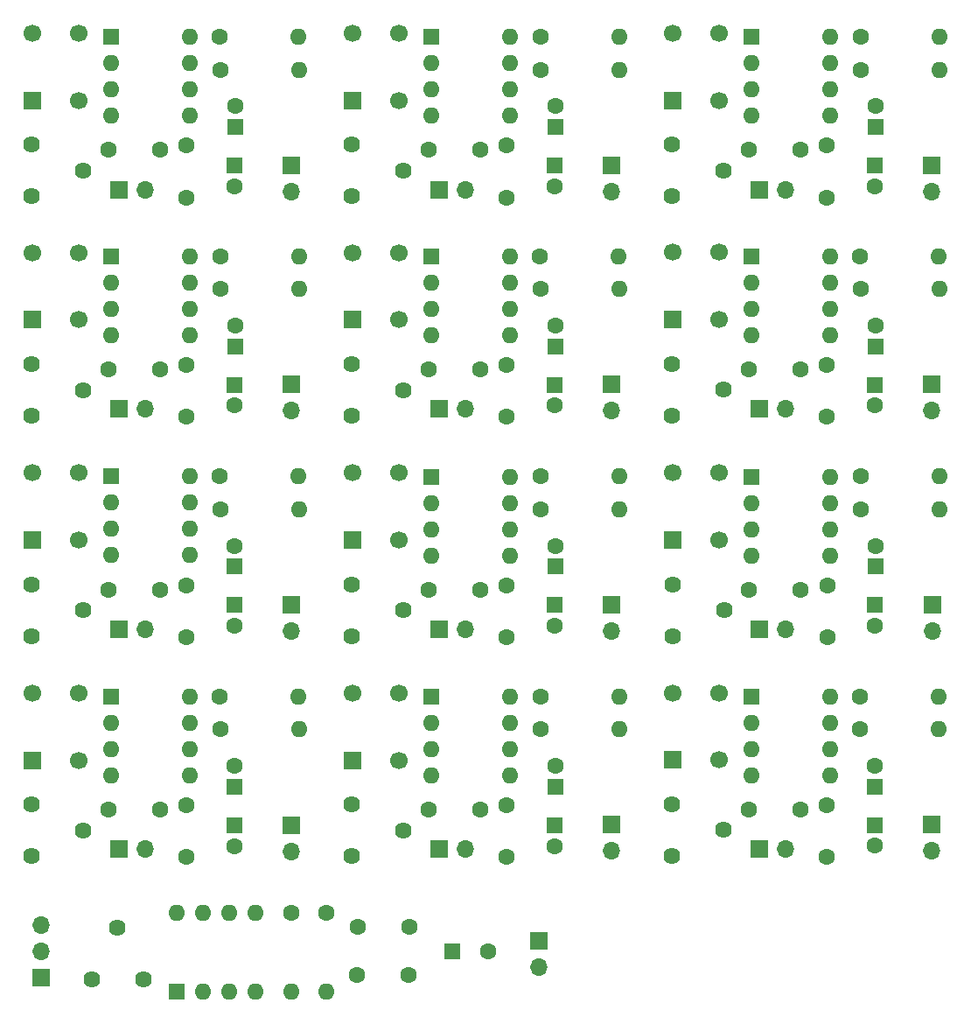
<source format=gbr>
%TF.GenerationSoftware,KiCad,Pcbnew,(6.0.5)*%
%TF.CreationDate,2023-08-07T19:05:31+01:00*%
%TF.ProjectId,SquareOscillator,53717561-7265-44f7-9363-696c6c61746f,rev?*%
%TF.SameCoordinates,Original*%
%TF.FileFunction,Soldermask,Bot*%
%TF.FilePolarity,Negative*%
%FSLAX46Y46*%
G04 Gerber Fmt 4.6, Leading zero omitted, Abs format (unit mm)*
G04 Created by KiCad (PCBNEW (6.0.5)) date 2023-08-07 19:05:31*
%MOMM*%
%LPD*%
G01*
G04 APERTURE LIST*
%ADD10C,1.600000*%
%ADD11R,1.600000X1.600000*%
%ADD12O,1.600000X1.600000*%
%ADD13C,1.620000*%
%ADD14C,1.700000*%
%ADD15R,1.700000X1.700000*%
%ADD16O,1.700000X1.700000*%
G04 APERTURE END LIST*
D10*
%TO.C,C2*%
X107910000Y-83774888D03*
D11*
X107910000Y-81774888D03*
%TD*%
D10*
%TO.C,C4*%
X107970000Y-76045113D03*
D11*
X107970000Y-78045113D03*
%TD*%
D12*
%TO.C,R2*%
X114140000Y-69320000D03*
D10*
X106520000Y-69320000D03*
%TD*%
D12*
%TO.C,U1*%
X103610000Y-69340000D03*
X103610000Y-71880000D03*
X103610000Y-74420000D03*
X103610000Y-76960000D03*
X95990000Y-76960000D03*
X95990000Y-74420000D03*
X95990000Y-71880000D03*
D11*
X95990000Y-69340000D03*
%TD*%
D13*
%TO.C,RV1*%
X88290000Y-79770000D03*
X93290000Y-82270000D03*
X88290000Y-84770000D03*
%TD*%
D12*
%TO.C,U1*%
X103560000Y-90610000D03*
X103560000Y-93150000D03*
X103560000Y-95690000D03*
X103560000Y-98230000D03*
X95940000Y-98230000D03*
X95940000Y-95690000D03*
X95940000Y-93150000D03*
D11*
X95940000Y-90610000D03*
%TD*%
D14*
%TO.C,SW1*%
X92850000Y-75480000D03*
X92850000Y-68980000D03*
D15*
X88350000Y-75480000D03*
D14*
X88350000Y-68980000D03*
%TD*%
D10*
%TO.C,C3*%
X103230000Y-106130000D03*
X103230000Y-101130000D03*
%TD*%
D12*
%TO.C,R3*%
X114160000Y-72500000D03*
D10*
X106540000Y-72500000D03*
%TD*%
D16*
%TO.C,J1*%
X99270000Y-84100000D03*
D15*
X96730000Y-84100000D03*
%TD*%
D16*
%TO.C,J2*%
X113440000Y-84280000D03*
D15*
X113440000Y-81740000D03*
%TD*%
D10*
%TO.C,C3*%
X103280000Y-84860000D03*
X103280000Y-79860000D03*
%TD*%
%TO.C,C1*%
X100720000Y-80280000D03*
X95720000Y-80280000D03*
%TD*%
D16*
%TO.C,J2*%
X113390000Y-105550000D03*
D15*
X113390000Y-103010000D03*
%TD*%
D10*
%TO.C,C2*%
X107860000Y-105044888D03*
D11*
X107860000Y-103044888D03*
%TD*%
D16*
%TO.C,J1*%
X99220000Y-105370000D03*
D15*
X96680000Y-105370000D03*
%TD*%
D10*
%TO.C,C1*%
X100670000Y-101550000D03*
X95670000Y-101550000D03*
%TD*%
%TO.C,C4*%
X107920000Y-97315113D03*
D11*
X107920000Y-99315113D03*
%TD*%
D12*
%TO.C,R2*%
X114090000Y-90590000D03*
D10*
X106470000Y-90590000D03*
%TD*%
D12*
%TO.C,R3*%
X114110000Y-93770000D03*
D10*
X106490000Y-93770000D03*
%TD*%
D14*
%TO.C,SW1*%
X92800000Y-96750000D03*
X92800000Y-90250000D03*
D15*
X88300000Y-96750000D03*
D14*
X88300000Y-90250000D03*
%TD*%
D13*
%TO.C,RV1*%
X88240000Y-101040000D03*
X93240000Y-103540000D03*
X88240000Y-106040000D03*
%TD*%
D10*
%TO.C,R3*%
X106530000Y-29970000D03*
D12*
X114150000Y-29970000D03*
%TD*%
D15*
%TO.C,J1*%
X96720000Y-41570000D03*
D16*
X99260000Y-41570000D03*
%TD*%
D15*
%TO.C,J2*%
X113430000Y-39210000D03*
D16*
X113430000Y-41750000D03*
%TD*%
D11*
%TO.C,C2*%
X107900000Y-39244888D03*
D10*
X107900000Y-41244888D03*
%TD*%
D11*
%TO.C,C4*%
X107960000Y-35515113D03*
D10*
X107960000Y-33515113D03*
%TD*%
%TO.C,R2*%
X106510000Y-26790000D03*
D12*
X114130000Y-26790000D03*
%TD*%
D13*
%TO.C,RV1*%
X88280000Y-42240000D03*
X93280000Y-39740000D03*
X88280000Y-37240000D03*
%TD*%
D10*
%TO.C,C3*%
X103250000Y-58540000D03*
X103250000Y-63540000D03*
%TD*%
D11*
%TO.C,U1*%
X95960000Y-48020000D03*
D12*
X95960000Y-50560000D03*
X95960000Y-53100000D03*
X95960000Y-55640000D03*
X103580000Y-55640000D03*
X103580000Y-53100000D03*
X103580000Y-50560000D03*
X103580000Y-48020000D03*
%TD*%
D14*
%TO.C,SW1*%
X88340000Y-26450000D03*
D15*
X88340000Y-32950000D03*
D14*
X92840000Y-26450000D03*
X92840000Y-32950000D03*
%TD*%
D10*
%TO.C,C1*%
X95710000Y-37750000D03*
X100710000Y-37750000D03*
%TD*%
%TO.C,C3*%
X103270000Y-37330000D03*
X103270000Y-42330000D03*
%TD*%
D11*
%TO.C,U1*%
X95980000Y-26810000D03*
D12*
X95980000Y-29350000D03*
X95980000Y-31890000D03*
X95980000Y-34430000D03*
X103600000Y-34430000D03*
X103600000Y-31890000D03*
X103600000Y-29350000D03*
X103600000Y-26810000D03*
%TD*%
D10*
%TO.C,R3*%
X106510000Y-51180000D03*
D12*
X114130000Y-51180000D03*
%TD*%
D15*
%TO.C,J2*%
X113410000Y-60420000D03*
D16*
X113410000Y-62960000D03*
%TD*%
D15*
%TO.C,J1*%
X96700000Y-62780000D03*
D16*
X99240000Y-62780000D03*
%TD*%
D11*
%TO.C,C4*%
X107940000Y-56725113D03*
D10*
X107940000Y-54725113D03*
%TD*%
D14*
%TO.C,SW1*%
X88320000Y-47660000D03*
D15*
X88320000Y-54160000D03*
D14*
X92820000Y-47660000D03*
X92820000Y-54160000D03*
%TD*%
D10*
%TO.C,R2*%
X106490000Y-48000000D03*
D12*
X114110000Y-48000000D03*
%TD*%
D10*
%TO.C,C1*%
X95690000Y-58960000D03*
X100690000Y-58960000D03*
%TD*%
D13*
%TO.C,RV1*%
X88260000Y-63450000D03*
X93260000Y-60950000D03*
X88260000Y-58450000D03*
%TD*%
D11*
%TO.C,C2*%
X107880000Y-60454888D03*
D10*
X107880000Y-62454888D03*
%TD*%
D16*
%TO.C,J2*%
X51420000Y-105580000D03*
D15*
X51420000Y-103040000D03*
%TD*%
D12*
%TO.C,R3*%
X52140000Y-93800000D03*
D10*
X44520000Y-93800000D03*
%TD*%
%TO.C,C1*%
X38700000Y-101580000D03*
X33700000Y-101580000D03*
%TD*%
D12*
%TO.C,U1*%
X41590000Y-90640000D03*
X41590000Y-93180000D03*
X41590000Y-95720000D03*
X41590000Y-98260000D03*
X33970000Y-98260000D03*
X33970000Y-95720000D03*
X33970000Y-93180000D03*
D11*
X33970000Y-90640000D03*
%TD*%
D13*
%TO.C,RV1*%
X26270000Y-101070000D03*
X31270000Y-103570000D03*
X26270000Y-106070000D03*
%TD*%
D14*
%TO.C,SW1*%
X30830000Y-96780000D03*
X30830000Y-90280000D03*
D15*
X26330000Y-96780000D03*
D14*
X26330000Y-90280000D03*
%TD*%
D16*
%TO.C,J1*%
X37250000Y-105400000D03*
D15*
X34710000Y-105400000D03*
%TD*%
D10*
%TO.C,C3*%
X72280000Y-101150000D03*
X72280000Y-106150000D03*
%TD*%
D11*
%TO.C,U1*%
X64990000Y-90630000D03*
D12*
X64990000Y-93170000D03*
X64990000Y-95710000D03*
X64990000Y-98250000D03*
X72610000Y-98250000D03*
X72610000Y-95710000D03*
X72610000Y-93170000D03*
X72610000Y-90630000D03*
%TD*%
D10*
%TO.C,C4*%
X45950000Y-97345113D03*
D11*
X45950000Y-99345113D03*
%TD*%
D12*
%TO.C,R2*%
X52120000Y-90620000D03*
D10*
X44500000Y-90620000D03*
%TD*%
%TO.C,C2*%
X45890000Y-105074888D03*
D11*
X45890000Y-103074888D03*
%TD*%
D10*
%TO.C,C3*%
X41260000Y-106160000D03*
X41260000Y-101160000D03*
%TD*%
%TO.C,R3*%
X75540000Y-93790000D03*
D12*
X83160000Y-93790000D03*
%TD*%
D15*
%TO.C,J2*%
X82440000Y-103030000D03*
D16*
X82440000Y-105570000D03*
%TD*%
D15*
%TO.C,J1*%
X65730000Y-105390000D03*
D16*
X68270000Y-105390000D03*
%TD*%
D11*
%TO.C,C4*%
X76970000Y-99335113D03*
D10*
X76970000Y-97335113D03*
%TD*%
D14*
%TO.C,SW1*%
X57350000Y-90270000D03*
D15*
X57350000Y-96770000D03*
D14*
X61850000Y-90270000D03*
X61850000Y-96770000D03*
%TD*%
D10*
%TO.C,R2*%
X75520000Y-90610000D03*
D12*
X83140000Y-90610000D03*
%TD*%
D10*
%TO.C,C1*%
X64720000Y-101570000D03*
X69720000Y-101570000D03*
%TD*%
D13*
%TO.C,RV1*%
X57290000Y-106060000D03*
X62290000Y-103560000D03*
X57290000Y-101060000D03*
%TD*%
D11*
%TO.C,C2*%
X76910000Y-103064888D03*
D10*
X76910000Y-105064888D03*
%TD*%
D16*
%TO.C,J2*%
X51420000Y-84260000D03*
D15*
X51420000Y-81720000D03*
%TD*%
D12*
%TO.C,R3*%
X52140000Y-72480000D03*
D10*
X44520000Y-72480000D03*
%TD*%
%TO.C,C1*%
X38700000Y-80260000D03*
X33700000Y-80260000D03*
%TD*%
D12*
%TO.C,U1*%
X41590000Y-69320000D03*
X41590000Y-71860000D03*
X41590000Y-74400000D03*
X41590000Y-76940000D03*
X33970000Y-76940000D03*
X33970000Y-74400000D03*
X33970000Y-71860000D03*
D11*
X33970000Y-69320000D03*
%TD*%
D13*
%TO.C,RV1*%
X26270000Y-79750000D03*
X31270000Y-82250000D03*
X26270000Y-84750000D03*
%TD*%
D14*
%TO.C,SW1*%
X30830000Y-75460000D03*
X30830000Y-68960000D03*
D15*
X26330000Y-75460000D03*
D14*
X26330000Y-68960000D03*
%TD*%
D16*
%TO.C,J1*%
X37250000Y-84080000D03*
D15*
X34710000Y-84080000D03*
%TD*%
D10*
%TO.C,C3*%
X72270000Y-79860000D03*
X72270000Y-84860000D03*
%TD*%
D11*
%TO.C,U1*%
X64980000Y-69340000D03*
D12*
X64980000Y-71880000D03*
X64980000Y-74420000D03*
X64980000Y-76960000D03*
X72600000Y-76960000D03*
X72600000Y-74420000D03*
X72600000Y-71880000D03*
X72600000Y-69340000D03*
%TD*%
D10*
%TO.C,C4*%
X45950000Y-76025113D03*
D11*
X45950000Y-78025113D03*
%TD*%
D12*
%TO.C,R2*%
X52120000Y-69300000D03*
D10*
X44500000Y-69300000D03*
%TD*%
%TO.C,C2*%
X45890000Y-83754888D03*
D11*
X45890000Y-81754888D03*
%TD*%
D10*
%TO.C,C3*%
X41260000Y-84840000D03*
X41260000Y-79840000D03*
%TD*%
%TO.C,R3*%
X75530000Y-72500000D03*
D12*
X83150000Y-72500000D03*
%TD*%
D15*
%TO.C,J2*%
X82430000Y-81740000D03*
D16*
X82430000Y-84280000D03*
%TD*%
D15*
%TO.C,J1*%
X65720000Y-84100000D03*
D16*
X68260000Y-84100000D03*
%TD*%
D11*
%TO.C,C4*%
X76960000Y-78045113D03*
D10*
X76960000Y-76045113D03*
%TD*%
D14*
%TO.C,SW1*%
X57340000Y-68980000D03*
D15*
X57340000Y-75480000D03*
D14*
X61840000Y-68980000D03*
X61840000Y-75480000D03*
%TD*%
D10*
%TO.C,R2*%
X75510000Y-69320000D03*
D12*
X83130000Y-69320000D03*
%TD*%
D10*
%TO.C,C1*%
X64710000Y-80280000D03*
X69710000Y-80280000D03*
%TD*%
D13*
%TO.C,RV1*%
X57280000Y-84770000D03*
X62280000Y-82270000D03*
X57280000Y-79770000D03*
%TD*%
D11*
%TO.C,C2*%
X76900000Y-81774888D03*
D10*
X76900000Y-83774888D03*
%TD*%
D12*
%TO.C,R3*%
X83140000Y-51190000D03*
D10*
X75520000Y-51190000D03*
%TD*%
D16*
%TO.C,J1*%
X68250000Y-62790000D03*
D15*
X65710000Y-62790000D03*
%TD*%
D16*
%TO.C,J2*%
X82420000Y-62970000D03*
D15*
X82420000Y-60430000D03*
%TD*%
D10*
%TO.C,C2*%
X76890000Y-62464888D03*
D11*
X76890000Y-60464888D03*
%TD*%
D10*
%TO.C,C4*%
X76950000Y-54735113D03*
D11*
X76950000Y-56735113D03*
%TD*%
D12*
%TO.C,R2*%
X83120000Y-48010000D03*
D10*
X75500000Y-48010000D03*
%TD*%
D13*
%TO.C,RV1*%
X57270000Y-58460000D03*
X62270000Y-60960000D03*
X57270000Y-63460000D03*
%TD*%
D14*
%TO.C,SW1*%
X61830000Y-54170000D03*
X61830000Y-47670000D03*
D15*
X57330000Y-54170000D03*
D14*
X57330000Y-47670000D03*
%TD*%
D10*
%TO.C,C1*%
X69700000Y-58970000D03*
X64700000Y-58970000D03*
%TD*%
%TO.C,C3*%
X72260000Y-63550000D03*
X72260000Y-58550000D03*
%TD*%
D12*
%TO.C,U1*%
X72590000Y-48030000D03*
X72590000Y-50570000D03*
X72590000Y-53110000D03*
X72590000Y-55650000D03*
X64970000Y-55650000D03*
X64970000Y-53110000D03*
X64970000Y-50570000D03*
D11*
X64970000Y-48030000D03*
%TD*%
D10*
%TO.C,R3*%
X44537785Y-51190000D03*
D12*
X52157785Y-51190000D03*
%TD*%
D15*
%TO.C,J2*%
X51437785Y-60430000D03*
D16*
X51437785Y-62970000D03*
%TD*%
D10*
%TO.C,C1*%
X33717785Y-58970000D03*
X38717785Y-58970000D03*
%TD*%
D11*
%TO.C,C2*%
X45907785Y-60464888D03*
D10*
X45907785Y-62464888D03*
%TD*%
D11*
%TO.C,C4*%
X45967785Y-56735113D03*
D10*
X45967785Y-54735113D03*
%TD*%
%TO.C,R2*%
X44517785Y-48010000D03*
D12*
X52137785Y-48010000D03*
%TD*%
D11*
%TO.C,U1*%
X33987785Y-48030000D03*
D12*
X33987785Y-50570000D03*
X33987785Y-53110000D03*
X33987785Y-55650000D03*
X41607785Y-55650000D03*
X41607785Y-53110000D03*
X41607785Y-50570000D03*
X41607785Y-48030000D03*
%TD*%
D13*
%TO.C,RV1*%
X26287785Y-63460000D03*
X31287785Y-60960000D03*
X26287785Y-58460000D03*
%TD*%
D15*
%TO.C,J1*%
X34727785Y-62790000D03*
D16*
X37267785Y-62790000D03*
%TD*%
D10*
%TO.C,C3*%
X41277785Y-58550000D03*
X41277785Y-63550000D03*
%TD*%
D14*
%TO.C,SW1*%
X26347785Y-47670000D03*
D15*
X26347785Y-54170000D03*
D14*
X30847785Y-47670000D03*
X30847785Y-54170000D03*
%TD*%
D10*
%TO.C,R3*%
X75530000Y-29970000D03*
D12*
X83150000Y-29970000D03*
%TD*%
D15*
%TO.C,J2*%
X82430000Y-39210000D03*
D16*
X82430000Y-41750000D03*
%TD*%
D10*
%TO.C,C1*%
X64710000Y-37750000D03*
X69710000Y-37750000D03*
%TD*%
D11*
%TO.C,C2*%
X76900000Y-39244888D03*
D10*
X76900000Y-41244888D03*
%TD*%
D11*
%TO.C,C4*%
X76960000Y-35515113D03*
D10*
X76960000Y-33515113D03*
%TD*%
%TO.C,R2*%
X75510000Y-26790000D03*
D12*
X83130000Y-26790000D03*
%TD*%
D11*
%TO.C,U1*%
X64980000Y-26810000D03*
D12*
X64980000Y-29350000D03*
X64980000Y-31890000D03*
X64980000Y-34430000D03*
X72600000Y-34430000D03*
X72600000Y-31890000D03*
X72600000Y-29350000D03*
X72600000Y-26810000D03*
%TD*%
D13*
%TO.C,RV1*%
X57280000Y-42240000D03*
X62280000Y-39740000D03*
X57280000Y-37240000D03*
%TD*%
D15*
%TO.C,J1*%
X65720000Y-41570000D03*
D16*
X68260000Y-41570000D03*
%TD*%
D10*
%TO.C,C3*%
X72270000Y-37330000D03*
X72270000Y-42330000D03*
%TD*%
D14*
%TO.C,SW1*%
X57340000Y-26450000D03*
D15*
X57340000Y-32950000D03*
D14*
X61840000Y-26450000D03*
X61840000Y-32950000D03*
%TD*%
D12*
%TO.C,R1*%
X51425000Y-119135000D03*
D10*
X51425000Y-111515000D03*
%TD*%
D12*
%TO.C,R4*%
X54795000Y-119135000D03*
D10*
X54795000Y-111515000D03*
%TD*%
D12*
%TO.C,U2*%
X40355000Y-111515000D03*
X42895000Y-111515000D03*
X45435000Y-111515000D03*
X47975000Y-111515000D03*
X47975000Y-119135000D03*
X45435000Y-119135000D03*
X42895000Y-119135000D03*
D11*
X40355000Y-119135000D03*
%TD*%
D13*
%TO.C,RV2*%
X32105000Y-117965000D03*
X34605000Y-112965000D03*
X37105000Y-117965000D03*
%TD*%
D16*
%TO.C,LS1*%
X75405000Y-116750000D03*
D15*
X75405000Y-114210000D03*
%TD*%
D16*
%TO.C,J3*%
X27195000Y-112750000D03*
X27195000Y-115290000D03*
D15*
X27195000Y-117830000D03*
%TD*%
D10*
%TO.C,C7*%
X70472349Y-115255000D03*
D11*
X66972349Y-115255000D03*
%TD*%
D10*
%TO.C,C6*%
X62735000Y-117575000D03*
X57735000Y-117575000D03*
%TD*%
%TO.C,C5*%
X57815000Y-112915000D03*
X62815000Y-112915000D03*
%TD*%
D14*
%TO.C,SW1*%
X26340000Y-26450000D03*
D15*
X26340000Y-32950000D03*
D14*
X30840000Y-26450000D03*
X30840000Y-32950000D03*
%TD*%
D11*
%TO.C,U1*%
X33980000Y-26810000D03*
D12*
X33980000Y-29350000D03*
X33980000Y-31890000D03*
X33980000Y-34430000D03*
X41600000Y-34430000D03*
X41600000Y-31890000D03*
X41600000Y-29350000D03*
X41600000Y-26810000D03*
%TD*%
D11*
%TO.C,C4*%
X45960000Y-35515113D03*
D10*
X45960000Y-33515113D03*
%TD*%
D15*
%TO.C,J1*%
X34720000Y-41570000D03*
D16*
X37260000Y-41570000D03*
%TD*%
D13*
%TO.C,RV1*%
X26280000Y-42240000D03*
X31280000Y-39740000D03*
X26280000Y-37240000D03*
%TD*%
D11*
%TO.C,C2*%
X45900000Y-39244888D03*
D10*
X45900000Y-41244888D03*
%TD*%
%TO.C,R2*%
X44510000Y-26790000D03*
D12*
X52130000Y-26790000D03*
%TD*%
D10*
%TO.C,C3*%
X41270000Y-37330000D03*
X41270000Y-42330000D03*
%TD*%
%TO.C,R3*%
X44530000Y-29970000D03*
D12*
X52150000Y-29970000D03*
%TD*%
D10*
%TO.C,C1*%
X33710000Y-37750000D03*
X38710000Y-37750000D03*
%TD*%
D15*
%TO.C,J2*%
X51430000Y-39210000D03*
D16*
X51430000Y-41750000D03*
%TD*%
M02*

</source>
